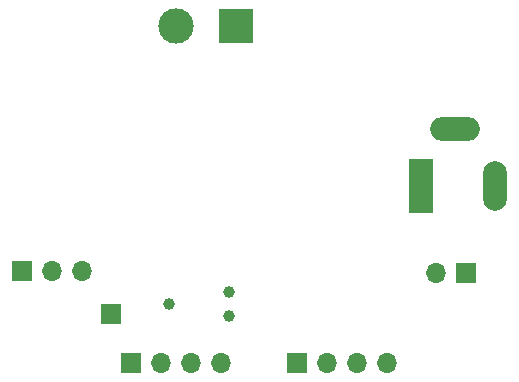
<source format=gbr>
%TF.GenerationSoftware,KiCad,Pcbnew,(7.0.0)*%
%TF.CreationDate,2023-03-04T14:16:48-06:00*%
%TF.ProjectId,pic16-pump-controller,70696331-362d-4707-956d-702d636f6e74,rev?*%
%TF.SameCoordinates,Original*%
%TF.FileFunction,Soldermask,Bot*%
%TF.FilePolarity,Negative*%
%FSLAX46Y46*%
G04 Gerber Fmt 4.6, Leading zero omitted, Abs format (unit mm)*
G04 Created by KiCad (PCBNEW (7.0.0)) date 2023-03-04 14:16:48*
%MOMM*%
%LPD*%
G01*
G04 APERTURE LIST*
%ADD10R,1.700000X1.700000*%
%ADD11O,1.700000X1.700000*%
%ADD12R,3.000000X3.000000*%
%ADD13C,3.000000*%
%ADD14R,2.000000X4.600000*%
%ADD15O,2.000000X4.200000*%
%ADD16O,4.200000X2.000000*%
%ADD17C,0.990600*%
G04 APERTURE END LIST*
D10*
%TO.C,TP1*%
X87426799Y-110896399D03*
%TD*%
D11*
%TO.C,JP1*%
X114959999Y-107391199D03*
D10*
X117499999Y-107391199D03*
%TD*%
%TO.C,J6*%
X79959999Y-107249999D03*
D11*
X82499999Y-107249999D03*
X85039999Y-107249999D03*
%TD*%
D10*
%TO.C,J4*%
X103189999Y-114999999D03*
D11*
X105729999Y-114999999D03*
X108269999Y-114999999D03*
X110809999Y-114999999D03*
%TD*%
D10*
%TO.C,J3*%
X89189999Y-114999999D03*
D11*
X91729999Y-114999999D03*
X94269999Y-114999999D03*
X96809999Y-114999999D03*
%TD*%
D12*
%TO.C,J1*%
X98039999Y-86499999D03*
D13*
X92960000Y-86500000D03*
%TD*%
D14*
%TO.C,J2*%
X113690399Y-99999999D03*
D15*
X119990399Y-99999999D03*
D16*
X116590399Y-95199999D03*
%TD*%
D17*
%TO.C,J5*%
X92405200Y-110032800D03*
X97485200Y-109016800D03*
X97485200Y-111048800D03*
%TD*%
M02*

</source>
